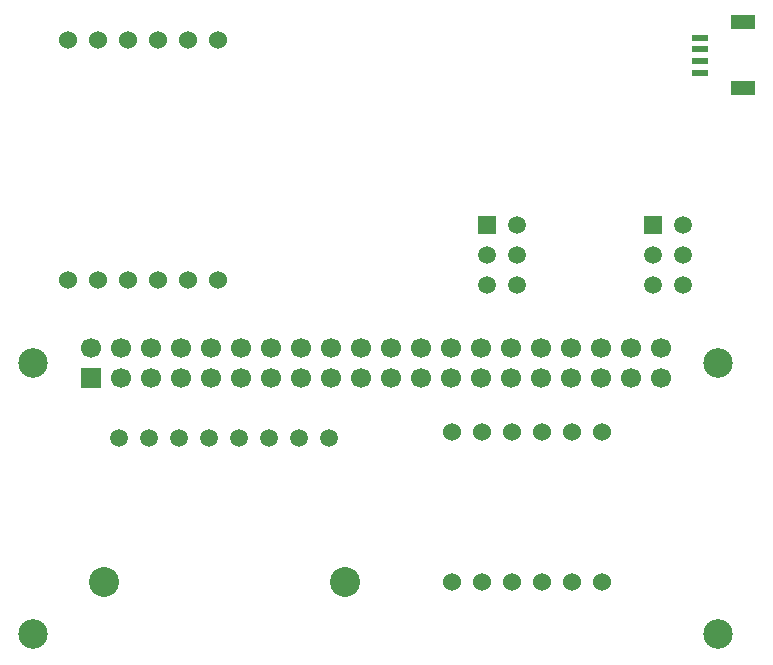
<source format=gbr>
%TF.GenerationSoftware,KiCad,Pcbnew,(6.0.1)*%
%TF.CreationDate,2022-01-30T17:08:52-06:00*%
%TF.ProjectId,BlackBox Hat,426c6163-6b42-46f7-9820-4861742e6b69,rev?*%
%TF.SameCoordinates,Original*%
%TF.FileFunction,Soldermask,Top*%
%TF.FilePolarity,Negative*%
%FSLAX46Y46*%
G04 Gerber Fmt 4.6, Leading zero omitted, Abs format (unit mm)*
G04 Created by KiCad (PCBNEW (6.0.1)) date 2022-01-30 17:08:52*
%MOMM*%
%LPD*%
G01*
G04 APERTURE LIST*
%ADD10R,2.000000X1.200000*%
%ADD11R,1.350000X0.600000*%
%ADD12C,1.499000*%
%ADD13C,2.540000*%
%ADD14R,1.499000X1.499000*%
%ADD15C,1.524000*%
%ADD16C,2.500000*%
%ADD17C,1.700000*%
%ADD18R,1.700000X1.700000*%
G04 APERTURE END LIST*
D10*
%TO.C,JST*%
X76319000Y-82580000D03*
X76319000Y-76980000D03*
D11*
X72644000Y-81280000D03*
X72644000Y-80280000D03*
X72644000Y-79280000D03*
X72644000Y-78280000D03*
%TD*%
D12*
%TO.C,S1*%
X23495000Y-112133000D03*
X26035000Y-112133000D03*
X28575000Y-112133000D03*
X41275000Y-112133000D03*
X38735000Y-112133000D03*
X36195000Y-112133000D03*
X33655000Y-112133000D03*
X31115000Y-112133000D03*
D13*
X42641000Y-124354000D03*
X22194000Y-124354000D03*
%TD*%
D14*
%TO.C,P2*%
X68667500Y-94116250D03*
D12*
X71207500Y-94116250D03*
X68667500Y-96656250D03*
X71207500Y-96656250D03*
X68667500Y-99196250D03*
X71207500Y-99196250D03*
%TD*%
D14*
%TO.C,P1*%
X54595750Y-94116250D03*
D12*
X57135750Y-94116250D03*
X54595750Y-96656250D03*
X57135750Y-96656250D03*
X54595750Y-99196250D03*
X57135750Y-99196250D03*
%TD*%
D15*
%TO.C,S3*%
X31877000Y-78486000D03*
X29337000Y-78486000D03*
X24257000Y-78486000D03*
X26797000Y-78486000D03*
X19177000Y-78486000D03*
X21717000Y-78486000D03*
X21717000Y-98806000D03*
X19177000Y-98806000D03*
X26797000Y-98806000D03*
X24257000Y-98806000D03*
X29337000Y-98806000D03*
X31877000Y-98806000D03*
%TD*%
%TO.C,S3*%
X54229000Y-124333000D03*
X56769000Y-124333000D03*
X59309000Y-124333000D03*
X61849000Y-124333000D03*
X64389000Y-124333000D03*
X51689000Y-124333000D03*
X64389000Y-111633000D03*
X61849000Y-111633000D03*
X59309000Y-111633000D03*
X56769000Y-111633000D03*
X54229000Y-111633000D03*
X51689000Y-111633000D03*
%TD*%
D16*
%TO.C,X1*%
X16200000Y-105801000D03*
X74200000Y-105801000D03*
X16200000Y-128801000D03*
X74200000Y-128801000D03*
D17*
X69330000Y-104531000D03*
X69330000Y-107071000D03*
X66790000Y-104531000D03*
X66790000Y-107071000D03*
X64250000Y-104531000D03*
X64250000Y-107071000D03*
X61710000Y-104531000D03*
X61710000Y-107071000D03*
X59170000Y-104531000D03*
X59170000Y-107071000D03*
X56630000Y-104531000D03*
X56630000Y-107071000D03*
X54090000Y-104531000D03*
X54090000Y-107071000D03*
X51550000Y-104531000D03*
X51550000Y-107071000D03*
X49010000Y-104531000D03*
X49010000Y-107071000D03*
X46470000Y-104531000D03*
X46470000Y-107071000D03*
X43930000Y-104531000D03*
X43930000Y-107071000D03*
X41390000Y-104531000D03*
X41390000Y-107071000D03*
X38850000Y-104531000D03*
X38850000Y-107071000D03*
X36310000Y-104531000D03*
X36310000Y-107071000D03*
X33770000Y-104531000D03*
X33770000Y-107071000D03*
X31230000Y-104531000D03*
X31230000Y-107071000D03*
X28690000Y-104531000D03*
X28690000Y-107071000D03*
X26150000Y-104531000D03*
X26150000Y-107071000D03*
X23610000Y-104531000D03*
X23610000Y-107071000D03*
X21070000Y-104531000D03*
D18*
X21070000Y-107071000D03*
%TD*%
M02*

</source>
